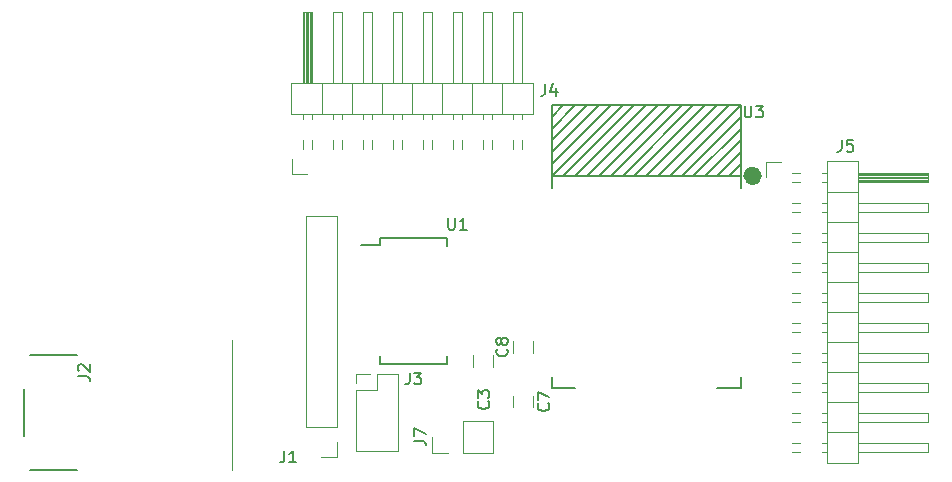
<source format=gto>
G04 #@! TF.FileFunction,Legend,Top*
%FSLAX46Y46*%
G04 Gerber Fmt 4.6, Leading zero omitted, Abs format (unit mm)*
G04 Created by KiCad (PCBNEW 4.0.5+dfsg1-4) date Sat Sep  9 17:28:41 2017*
%MOMM*%
%LPD*%
G01*
G04 APERTURE LIST*
%ADD10C,0.100000*%
%ADD11C,1.000000*%
%ADD12C,0.150000*%
%ADD13C,0.120000*%
G04 APERTURE END LIST*
D10*
X132000000Y-102080000D02*
X132000000Y-113080000D01*
D11*
X176382843Y-88200000D02*
G75*
G03X176382843Y-88200000I-282843J0D01*
G01*
D12*
X159100000Y-89200000D02*
X159100000Y-82200000D01*
X159100000Y-106200000D02*
X159100000Y-105200000D01*
X161100000Y-106200000D02*
X159100000Y-106200000D01*
X175100000Y-106200000D02*
X173100000Y-106200000D01*
X175100000Y-89200000D02*
X175100000Y-82200000D01*
X175100000Y-106200000D02*
X175100000Y-105200000D01*
X160100000Y-82200000D02*
X159100000Y-83200000D01*
X161100000Y-82200000D02*
X159100000Y-84200000D01*
X162100000Y-82200000D02*
X159100000Y-85200000D01*
X163100000Y-82200000D02*
X159100000Y-86200000D01*
X164100000Y-82200000D02*
X159100000Y-87200000D01*
X165100000Y-82200000D02*
X159100000Y-88200000D01*
X160100000Y-88200000D02*
X166100000Y-82200000D01*
X167100000Y-82200000D02*
X161100000Y-88200000D01*
X168100000Y-82200000D02*
X162100000Y-88200000D01*
X163100000Y-88200000D02*
X169100000Y-82200000D01*
X170100000Y-82200000D02*
X164100000Y-88200000D01*
X165100000Y-88200000D02*
X171100000Y-82200000D01*
X172100000Y-82200000D02*
X166100000Y-88200000D01*
X173100000Y-82200000D02*
X167100000Y-88200000D01*
X174100000Y-82200000D02*
X168100000Y-88200000D01*
X175100000Y-82200000D02*
X169100000Y-88200000D01*
X175100000Y-87200000D02*
X174100000Y-88200000D01*
X175100000Y-83200000D02*
X170100000Y-88200000D01*
X175100000Y-84200000D02*
X171100000Y-88200000D01*
X175100000Y-85200000D02*
X172100000Y-88200000D01*
X175100000Y-86200000D02*
X173100000Y-88200000D01*
X175100000Y-88200000D02*
X159100000Y-88200000D01*
X159100000Y-82200000D02*
X175100000Y-82200000D01*
D13*
X137070000Y-82920000D02*
X139670000Y-82920000D01*
X139670000Y-82920000D02*
X139670000Y-80300000D01*
X139670000Y-80300000D02*
X137070000Y-80300000D01*
X137070000Y-80300000D02*
X137070000Y-82920000D01*
X138020000Y-80300000D02*
X138780000Y-80300000D01*
X138780000Y-80300000D02*
X138780000Y-74300000D01*
X138780000Y-74300000D02*
X138020000Y-74300000D01*
X138020000Y-74300000D02*
X138020000Y-80300000D01*
X138020000Y-83350000D02*
X138020000Y-82920000D01*
X138780000Y-83350000D02*
X138780000Y-82920000D01*
X138020000Y-85890000D02*
X138020000Y-85170000D01*
X138780000Y-85890000D02*
X138780000Y-85170000D01*
X138140000Y-80300000D02*
X138140000Y-74300000D01*
X138260000Y-80300000D02*
X138260000Y-74300000D01*
X138380000Y-80300000D02*
X138380000Y-74300000D01*
X138500000Y-80300000D02*
X138500000Y-74300000D01*
X138620000Y-80300000D02*
X138620000Y-74300000D01*
X138740000Y-80300000D02*
X138740000Y-74300000D01*
X139670000Y-82920000D02*
X142210000Y-82920000D01*
X142210000Y-82920000D02*
X142210000Y-80300000D01*
X142210000Y-80300000D02*
X139670000Y-80300000D01*
X139670000Y-80300000D02*
X139670000Y-82920000D01*
X140560000Y-80300000D02*
X141320000Y-80300000D01*
X141320000Y-80300000D02*
X141320000Y-74300000D01*
X141320000Y-74300000D02*
X140560000Y-74300000D01*
X140560000Y-74300000D02*
X140560000Y-80300000D01*
X140560000Y-83350000D02*
X140560000Y-82920000D01*
X141320000Y-83350000D02*
X141320000Y-82920000D01*
X140560000Y-85890000D02*
X140560000Y-85170000D01*
X141320000Y-85890000D02*
X141320000Y-85170000D01*
X142210000Y-82920000D02*
X144750000Y-82920000D01*
X144750000Y-82920000D02*
X144750000Y-80300000D01*
X144750000Y-80300000D02*
X142210000Y-80300000D01*
X142210000Y-80300000D02*
X142210000Y-82920000D01*
X143100000Y-80300000D02*
X143860000Y-80300000D01*
X143860000Y-80300000D02*
X143860000Y-74300000D01*
X143860000Y-74300000D02*
X143100000Y-74300000D01*
X143100000Y-74300000D02*
X143100000Y-80300000D01*
X143100000Y-83350000D02*
X143100000Y-82920000D01*
X143860000Y-83350000D02*
X143860000Y-82920000D01*
X143100000Y-85890000D02*
X143100000Y-85170000D01*
X143860000Y-85890000D02*
X143860000Y-85170000D01*
X144750000Y-82920000D02*
X147290000Y-82920000D01*
X147290000Y-82920000D02*
X147290000Y-80300000D01*
X147290000Y-80300000D02*
X144750000Y-80300000D01*
X144750000Y-80300000D02*
X144750000Y-82920000D01*
X145640000Y-80300000D02*
X146400000Y-80300000D01*
X146400000Y-80300000D02*
X146400000Y-74300000D01*
X146400000Y-74300000D02*
X145640000Y-74300000D01*
X145640000Y-74300000D02*
X145640000Y-80300000D01*
X145640000Y-83350000D02*
X145640000Y-82920000D01*
X146400000Y-83350000D02*
X146400000Y-82920000D01*
X145640000Y-85890000D02*
X145640000Y-85170000D01*
X146400000Y-85890000D02*
X146400000Y-85170000D01*
X147290000Y-82920000D02*
X149830000Y-82920000D01*
X149830000Y-82920000D02*
X149830000Y-80300000D01*
X149830000Y-80300000D02*
X147290000Y-80300000D01*
X147290000Y-80300000D02*
X147290000Y-82920000D01*
X148180000Y-80300000D02*
X148940000Y-80300000D01*
X148940000Y-80300000D02*
X148940000Y-74300000D01*
X148940000Y-74300000D02*
X148180000Y-74300000D01*
X148180000Y-74300000D02*
X148180000Y-80300000D01*
X148180000Y-83350000D02*
X148180000Y-82920000D01*
X148940000Y-83350000D02*
X148940000Y-82920000D01*
X148180000Y-85890000D02*
X148180000Y-85170000D01*
X148940000Y-85890000D02*
X148940000Y-85170000D01*
X149830000Y-82920000D02*
X152370000Y-82920000D01*
X152370000Y-82920000D02*
X152370000Y-80300000D01*
X152370000Y-80300000D02*
X149830000Y-80300000D01*
X149830000Y-80300000D02*
X149830000Y-82920000D01*
X150720000Y-80300000D02*
X151480000Y-80300000D01*
X151480000Y-80300000D02*
X151480000Y-74300000D01*
X151480000Y-74300000D02*
X150720000Y-74300000D01*
X150720000Y-74300000D02*
X150720000Y-80300000D01*
X150720000Y-83350000D02*
X150720000Y-82920000D01*
X151480000Y-83350000D02*
X151480000Y-82920000D01*
X150720000Y-85890000D02*
X150720000Y-85170000D01*
X151480000Y-85890000D02*
X151480000Y-85170000D01*
X152370000Y-82920000D02*
X154910000Y-82920000D01*
X154910000Y-82920000D02*
X154910000Y-80300000D01*
X154910000Y-80300000D02*
X152370000Y-80300000D01*
X152370000Y-80300000D02*
X152370000Y-82920000D01*
X153260000Y-80300000D02*
X154020000Y-80300000D01*
X154020000Y-80300000D02*
X154020000Y-74300000D01*
X154020000Y-74300000D02*
X153260000Y-74300000D01*
X153260000Y-74300000D02*
X153260000Y-80300000D01*
X153260000Y-83350000D02*
X153260000Y-82920000D01*
X154020000Y-83350000D02*
X154020000Y-82920000D01*
X153260000Y-85890000D02*
X153260000Y-85170000D01*
X154020000Y-85890000D02*
X154020000Y-85170000D01*
X154910000Y-82920000D02*
X157510000Y-82920000D01*
X157510000Y-82920000D02*
X157510000Y-80300000D01*
X157510000Y-80300000D02*
X154910000Y-80300000D01*
X154910000Y-80300000D02*
X154910000Y-82920000D01*
X155800000Y-80300000D02*
X156560000Y-80300000D01*
X156560000Y-80300000D02*
X156560000Y-74300000D01*
X156560000Y-74300000D02*
X155800000Y-74300000D01*
X155800000Y-74300000D02*
X155800000Y-80300000D01*
X155800000Y-83350000D02*
X155800000Y-82920000D01*
X156560000Y-83350000D02*
X156560000Y-82920000D01*
X155800000Y-85890000D02*
X155800000Y-85170000D01*
X156560000Y-85890000D02*
X156560000Y-85170000D01*
X138400000Y-88070000D02*
X137130000Y-88070000D01*
X137130000Y-88070000D02*
X137130000Y-86800000D01*
X154150000Y-104400000D02*
X154150000Y-103400000D01*
X152450000Y-103400000D02*
X152450000Y-104400000D01*
X157550000Y-107800000D02*
X157550000Y-106800000D01*
X155850000Y-106800000D02*
X155850000Y-107800000D01*
X155850000Y-102200000D02*
X155850000Y-103200000D01*
X157550000Y-103200000D02*
X157550000Y-102200000D01*
D12*
X144525000Y-93475000D02*
X144525000Y-94050000D01*
X150275000Y-93475000D02*
X150275000Y-94125000D01*
X150275000Y-104125000D02*
X150275000Y-103475000D01*
X144525000Y-104125000D02*
X144525000Y-103475000D01*
X144525000Y-93475000D02*
X150275000Y-93475000D01*
X144525000Y-104125000D02*
X150275000Y-104125000D01*
X144525000Y-94050000D02*
X142925000Y-94050000D01*
D13*
X142570000Y-106335000D02*
X142570000Y-111475000D01*
X142570000Y-111475000D02*
X146100000Y-111475000D01*
X146100000Y-111475000D02*
X146100000Y-105005000D01*
X146100000Y-105005000D02*
X144335000Y-105005000D01*
X144335000Y-105005000D02*
X144335000Y-106335000D01*
X144335000Y-106335000D02*
X142570000Y-106335000D01*
X142570000Y-105700000D02*
X142570000Y-105005000D01*
X142570000Y-105005000D02*
X143700000Y-105005000D01*
X140930000Y-109430000D02*
X140930000Y-91590000D01*
X140930000Y-91590000D02*
X138270000Y-91590000D01*
X138270000Y-91590000D02*
X138270000Y-109430000D01*
X138270000Y-109430000D02*
X140930000Y-109430000D01*
X140930000Y-110700000D02*
X140930000Y-112030000D01*
X140930000Y-112030000D02*
X139600000Y-112030000D01*
X182380000Y-86970000D02*
X182380000Y-89570000D01*
X182380000Y-89570000D02*
X185000000Y-89570000D01*
X185000000Y-89570000D02*
X185000000Y-86970000D01*
X185000000Y-86970000D02*
X182380000Y-86970000D01*
X185000000Y-87920000D02*
X185000000Y-88680000D01*
X185000000Y-88680000D02*
X191000000Y-88680000D01*
X191000000Y-88680000D02*
X191000000Y-87920000D01*
X191000000Y-87920000D02*
X185000000Y-87920000D01*
X181950000Y-87920000D02*
X182380000Y-87920000D01*
X181950000Y-88680000D02*
X182380000Y-88680000D01*
X179410000Y-87920000D02*
X180130000Y-87920000D01*
X179410000Y-88680000D02*
X180130000Y-88680000D01*
X185000000Y-88040000D02*
X191000000Y-88040000D01*
X185000000Y-88160000D02*
X191000000Y-88160000D01*
X185000000Y-88280000D02*
X191000000Y-88280000D01*
X185000000Y-88400000D02*
X191000000Y-88400000D01*
X185000000Y-88520000D02*
X191000000Y-88520000D01*
X185000000Y-88640000D02*
X191000000Y-88640000D01*
X182380000Y-89570000D02*
X182380000Y-92110000D01*
X182380000Y-92110000D02*
X185000000Y-92110000D01*
X185000000Y-92110000D02*
X185000000Y-89570000D01*
X185000000Y-89570000D02*
X182380000Y-89570000D01*
X185000000Y-90460000D02*
X185000000Y-91220000D01*
X185000000Y-91220000D02*
X191000000Y-91220000D01*
X191000000Y-91220000D02*
X191000000Y-90460000D01*
X191000000Y-90460000D02*
X185000000Y-90460000D01*
X181950000Y-90460000D02*
X182380000Y-90460000D01*
X181950000Y-91220000D02*
X182380000Y-91220000D01*
X179410000Y-90460000D02*
X180130000Y-90460000D01*
X179410000Y-91220000D02*
X180130000Y-91220000D01*
X182380000Y-92110000D02*
X182380000Y-94650000D01*
X182380000Y-94650000D02*
X185000000Y-94650000D01*
X185000000Y-94650000D02*
X185000000Y-92110000D01*
X185000000Y-92110000D02*
X182380000Y-92110000D01*
X185000000Y-93000000D02*
X185000000Y-93760000D01*
X185000000Y-93760000D02*
X191000000Y-93760000D01*
X191000000Y-93760000D02*
X191000000Y-93000000D01*
X191000000Y-93000000D02*
X185000000Y-93000000D01*
X181950000Y-93000000D02*
X182380000Y-93000000D01*
X181950000Y-93760000D02*
X182380000Y-93760000D01*
X179410000Y-93000000D02*
X180130000Y-93000000D01*
X179410000Y-93760000D02*
X180130000Y-93760000D01*
X182380000Y-94650000D02*
X182380000Y-97190000D01*
X182380000Y-97190000D02*
X185000000Y-97190000D01*
X185000000Y-97190000D02*
X185000000Y-94650000D01*
X185000000Y-94650000D02*
X182380000Y-94650000D01*
X185000000Y-95540000D02*
X185000000Y-96300000D01*
X185000000Y-96300000D02*
X191000000Y-96300000D01*
X191000000Y-96300000D02*
X191000000Y-95540000D01*
X191000000Y-95540000D02*
X185000000Y-95540000D01*
X181950000Y-95540000D02*
X182380000Y-95540000D01*
X181950000Y-96300000D02*
X182380000Y-96300000D01*
X179410000Y-95540000D02*
X180130000Y-95540000D01*
X179410000Y-96300000D02*
X180130000Y-96300000D01*
X182380000Y-97190000D02*
X182380000Y-99730000D01*
X182380000Y-99730000D02*
X185000000Y-99730000D01*
X185000000Y-99730000D02*
X185000000Y-97190000D01*
X185000000Y-97190000D02*
X182380000Y-97190000D01*
X185000000Y-98080000D02*
X185000000Y-98840000D01*
X185000000Y-98840000D02*
X191000000Y-98840000D01*
X191000000Y-98840000D02*
X191000000Y-98080000D01*
X191000000Y-98080000D02*
X185000000Y-98080000D01*
X181950000Y-98080000D02*
X182380000Y-98080000D01*
X181950000Y-98840000D02*
X182380000Y-98840000D01*
X179410000Y-98080000D02*
X180130000Y-98080000D01*
X179410000Y-98840000D02*
X180130000Y-98840000D01*
X182380000Y-99730000D02*
X182380000Y-102270000D01*
X182380000Y-102270000D02*
X185000000Y-102270000D01*
X185000000Y-102270000D02*
X185000000Y-99730000D01*
X185000000Y-99730000D02*
X182380000Y-99730000D01*
X185000000Y-100620000D02*
X185000000Y-101380000D01*
X185000000Y-101380000D02*
X191000000Y-101380000D01*
X191000000Y-101380000D02*
X191000000Y-100620000D01*
X191000000Y-100620000D02*
X185000000Y-100620000D01*
X181950000Y-100620000D02*
X182380000Y-100620000D01*
X181950000Y-101380000D02*
X182380000Y-101380000D01*
X179410000Y-100620000D02*
X180130000Y-100620000D01*
X179410000Y-101380000D02*
X180130000Y-101380000D01*
X182380000Y-102270000D02*
X182380000Y-104810000D01*
X182380000Y-104810000D02*
X185000000Y-104810000D01*
X185000000Y-104810000D02*
X185000000Y-102270000D01*
X185000000Y-102270000D02*
X182380000Y-102270000D01*
X185000000Y-103160000D02*
X185000000Y-103920000D01*
X185000000Y-103920000D02*
X191000000Y-103920000D01*
X191000000Y-103920000D02*
X191000000Y-103160000D01*
X191000000Y-103160000D02*
X185000000Y-103160000D01*
X181950000Y-103160000D02*
X182380000Y-103160000D01*
X181950000Y-103920000D02*
X182380000Y-103920000D01*
X179410000Y-103160000D02*
X180130000Y-103160000D01*
X179410000Y-103920000D02*
X180130000Y-103920000D01*
X182380000Y-104810000D02*
X182380000Y-107350000D01*
X182380000Y-107350000D02*
X185000000Y-107350000D01*
X185000000Y-107350000D02*
X185000000Y-104810000D01*
X185000000Y-104810000D02*
X182380000Y-104810000D01*
X185000000Y-105700000D02*
X185000000Y-106460000D01*
X185000000Y-106460000D02*
X191000000Y-106460000D01*
X191000000Y-106460000D02*
X191000000Y-105700000D01*
X191000000Y-105700000D02*
X185000000Y-105700000D01*
X181950000Y-105700000D02*
X182380000Y-105700000D01*
X181950000Y-106460000D02*
X182380000Y-106460000D01*
X179410000Y-105700000D02*
X180130000Y-105700000D01*
X179410000Y-106460000D02*
X180130000Y-106460000D01*
X182380000Y-107350000D02*
X182380000Y-109890000D01*
X182380000Y-109890000D02*
X185000000Y-109890000D01*
X185000000Y-109890000D02*
X185000000Y-107350000D01*
X185000000Y-107350000D02*
X182380000Y-107350000D01*
X185000000Y-108240000D02*
X185000000Y-109000000D01*
X185000000Y-109000000D02*
X191000000Y-109000000D01*
X191000000Y-109000000D02*
X191000000Y-108240000D01*
X191000000Y-108240000D02*
X185000000Y-108240000D01*
X181950000Y-108240000D02*
X182380000Y-108240000D01*
X181950000Y-109000000D02*
X182380000Y-109000000D01*
X179410000Y-108240000D02*
X180130000Y-108240000D01*
X179410000Y-109000000D02*
X180130000Y-109000000D01*
X182380000Y-109890000D02*
X182380000Y-112490000D01*
X182380000Y-112490000D02*
X185000000Y-112490000D01*
X185000000Y-112490000D02*
X185000000Y-109890000D01*
X185000000Y-109890000D02*
X182380000Y-109890000D01*
X185000000Y-110780000D02*
X185000000Y-111540000D01*
X185000000Y-111540000D02*
X191000000Y-111540000D01*
X191000000Y-111540000D02*
X191000000Y-110780000D01*
X191000000Y-110780000D02*
X185000000Y-110780000D01*
X181950000Y-110780000D02*
X182380000Y-110780000D01*
X181950000Y-111540000D02*
X182380000Y-111540000D01*
X179410000Y-110780000D02*
X180130000Y-110780000D01*
X179410000Y-111540000D02*
X180130000Y-111540000D01*
X177230000Y-88300000D02*
X177230000Y-87030000D01*
X177230000Y-87030000D02*
X178500000Y-87030000D01*
X151570000Y-111630000D02*
X154170000Y-111630000D01*
X154170000Y-111630000D02*
X154170000Y-108970000D01*
X154170000Y-108970000D02*
X151570000Y-108970000D01*
X151570000Y-108970000D02*
X151570000Y-111630000D01*
X150300000Y-111630000D02*
X148970000Y-111630000D01*
X148970000Y-111630000D02*
X148970000Y-110300000D01*
D12*
X114936520Y-103369240D02*
X118936520Y-103369240D01*
X114936520Y-113069240D02*
X118936520Y-113069240D01*
X114386520Y-110219240D02*
X114386520Y-106219240D01*
X175438095Y-82252381D02*
X175438095Y-83061905D01*
X175485714Y-83157143D01*
X175533333Y-83204762D01*
X175628571Y-83252381D01*
X175819048Y-83252381D01*
X175914286Y-83204762D01*
X175961905Y-83157143D01*
X176009524Y-83061905D01*
X176009524Y-82252381D01*
X176390476Y-82252381D02*
X177009524Y-82252381D01*
X176676190Y-82633333D01*
X176819048Y-82633333D01*
X176914286Y-82680952D01*
X176961905Y-82728571D01*
X177009524Y-82823810D01*
X177009524Y-83061905D01*
X176961905Y-83157143D01*
X176914286Y-83204762D01*
X176819048Y-83252381D01*
X176533333Y-83252381D01*
X176438095Y-83204762D01*
X176390476Y-83157143D01*
X158548747Y-80407261D02*
X158548747Y-81121547D01*
X158501127Y-81264404D01*
X158405889Y-81359642D01*
X158263032Y-81407261D01*
X158167794Y-81407261D01*
X159453509Y-80740594D02*
X159453509Y-81407261D01*
X159215413Y-80359642D02*
X158977318Y-81073928D01*
X159596366Y-81073928D01*
X153727143Y-107296666D02*
X153774762Y-107344285D01*
X153822381Y-107487142D01*
X153822381Y-107582380D01*
X153774762Y-107725238D01*
X153679524Y-107820476D01*
X153584286Y-107868095D01*
X153393810Y-107915714D01*
X153250952Y-107915714D01*
X153060476Y-107868095D01*
X152965238Y-107820476D01*
X152870000Y-107725238D01*
X152822381Y-107582380D01*
X152822381Y-107487142D01*
X152870000Y-107344285D01*
X152917619Y-107296666D01*
X152822381Y-106963333D02*
X152822381Y-106344285D01*
X153203333Y-106677619D01*
X153203333Y-106534761D01*
X153250952Y-106439523D01*
X153298571Y-106391904D01*
X153393810Y-106344285D01*
X153631905Y-106344285D01*
X153727143Y-106391904D01*
X153774762Y-106439523D01*
X153822381Y-106534761D01*
X153822381Y-106820476D01*
X153774762Y-106915714D01*
X153727143Y-106963333D01*
X158807143Y-107466666D02*
X158854762Y-107514285D01*
X158902381Y-107657142D01*
X158902381Y-107752380D01*
X158854762Y-107895238D01*
X158759524Y-107990476D01*
X158664286Y-108038095D01*
X158473810Y-108085714D01*
X158330952Y-108085714D01*
X158140476Y-108038095D01*
X158045238Y-107990476D01*
X157950000Y-107895238D01*
X157902381Y-107752380D01*
X157902381Y-107657142D01*
X157950000Y-107514285D01*
X157997619Y-107466666D01*
X157902381Y-107133333D02*
X157902381Y-106466666D01*
X158902381Y-106895238D01*
X155307143Y-102866666D02*
X155354762Y-102914285D01*
X155402381Y-103057142D01*
X155402381Y-103152380D01*
X155354762Y-103295238D01*
X155259524Y-103390476D01*
X155164286Y-103438095D01*
X154973810Y-103485714D01*
X154830952Y-103485714D01*
X154640476Y-103438095D01*
X154545238Y-103390476D01*
X154450000Y-103295238D01*
X154402381Y-103152380D01*
X154402381Y-103057142D01*
X154450000Y-102914285D01*
X154497619Y-102866666D01*
X154830952Y-102295238D02*
X154783333Y-102390476D01*
X154735714Y-102438095D01*
X154640476Y-102485714D01*
X154592857Y-102485714D01*
X154497619Y-102438095D01*
X154450000Y-102390476D01*
X154402381Y-102295238D01*
X154402381Y-102104761D01*
X154450000Y-102009523D01*
X154497619Y-101961904D01*
X154592857Y-101914285D01*
X154640476Y-101914285D01*
X154735714Y-101961904D01*
X154783333Y-102009523D01*
X154830952Y-102104761D01*
X154830952Y-102295238D01*
X154878571Y-102390476D01*
X154926190Y-102438095D01*
X155021429Y-102485714D01*
X155211905Y-102485714D01*
X155307143Y-102438095D01*
X155354762Y-102390476D01*
X155402381Y-102295238D01*
X155402381Y-102104761D01*
X155354762Y-102009523D01*
X155307143Y-101961904D01*
X155211905Y-101914285D01*
X155021429Y-101914285D01*
X154926190Y-101961904D01*
X154878571Y-102009523D01*
X154830952Y-102104761D01*
X150338095Y-91752381D02*
X150338095Y-92561905D01*
X150385714Y-92657143D01*
X150433333Y-92704762D01*
X150528571Y-92752381D01*
X150719048Y-92752381D01*
X150814286Y-92704762D01*
X150861905Y-92657143D01*
X150909524Y-92561905D01*
X150909524Y-91752381D01*
X151909524Y-92752381D02*
X151338095Y-92752381D01*
X151623809Y-92752381D02*
X151623809Y-91752381D01*
X151528571Y-91895238D01*
X151433333Y-91990476D01*
X151338095Y-92038095D01*
X147066667Y-104852381D02*
X147066667Y-105566667D01*
X147019047Y-105709524D01*
X146923809Y-105804762D01*
X146780952Y-105852381D01*
X146685714Y-105852381D01*
X147447619Y-104852381D02*
X148066667Y-104852381D01*
X147733333Y-105233333D01*
X147876191Y-105233333D01*
X147971429Y-105280952D01*
X148019048Y-105328571D01*
X148066667Y-105423810D01*
X148066667Y-105661905D01*
X148019048Y-105757143D01*
X147971429Y-105804762D01*
X147876191Y-105852381D01*
X147590476Y-105852381D01*
X147495238Y-105804762D01*
X147447619Y-105757143D01*
X136466667Y-111452381D02*
X136466667Y-112166667D01*
X136419047Y-112309524D01*
X136323809Y-112404762D01*
X136180952Y-112452381D01*
X136085714Y-112452381D01*
X137466667Y-112452381D02*
X136895238Y-112452381D01*
X137180952Y-112452381D02*
X137180952Y-111452381D01*
X137085714Y-111595238D01*
X136990476Y-111690476D01*
X136895238Y-111738095D01*
X183654107Y-85146901D02*
X183654107Y-85861187D01*
X183606487Y-86004044D01*
X183511249Y-86099282D01*
X183368392Y-86146901D01*
X183273154Y-86146901D01*
X184606488Y-85146901D02*
X184130297Y-85146901D01*
X184082678Y-85623091D01*
X184130297Y-85575472D01*
X184225535Y-85527853D01*
X184463631Y-85527853D01*
X184558869Y-85575472D01*
X184606488Y-85623091D01*
X184654107Y-85718330D01*
X184654107Y-85956425D01*
X184606488Y-86051663D01*
X184558869Y-86099282D01*
X184463631Y-86146901D01*
X184225535Y-86146901D01*
X184130297Y-86099282D01*
X184082678Y-86051663D01*
X147422381Y-110633333D02*
X148136667Y-110633333D01*
X148279524Y-110680953D01*
X148374762Y-110776191D01*
X148422381Y-110919048D01*
X148422381Y-111014286D01*
X147422381Y-110252381D02*
X147422381Y-109585714D01*
X148422381Y-110014286D01*
X118974621Y-105148973D02*
X119688907Y-105148973D01*
X119831764Y-105196593D01*
X119927002Y-105291831D01*
X119974621Y-105434688D01*
X119974621Y-105529926D01*
X119069859Y-104720402D02*
X119022240Y-104672783D01*
X118974621Y-104577545D01*
X118974621Y-104339449D01*
X119022240Y-104244211D01*
X119069859Y-104196592D01*
X119165097Y-104148973D01*
X119260335Y-104148973D01*
X119403192Y-104196592D01*
X119974621Y-104768021D01*
X119974621Y-104148973D01*
M02*

</source>
